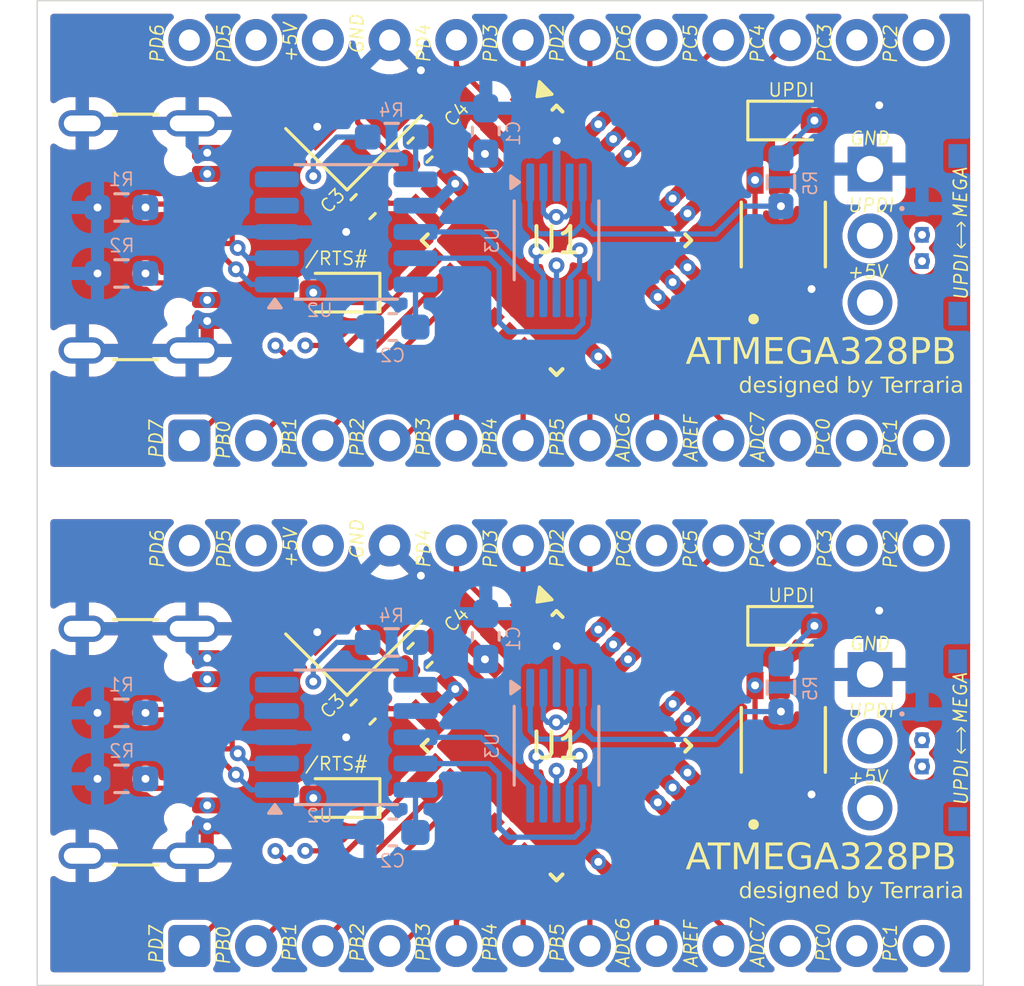
<source format=kicad_pcb>
(kicad_pcb (version 20241229) (generator "pcbnew") (generator_version "9.0")
  (layers (0 "F.Cu" signal) (4 "In1.Cu" signal) (6 "In2.Cu" signal) (2 "B.Cu" signal) (13 "F.Paste" user) (15 "B.Paste" user) (5 "F.SilkS" user "F.Silkscreen") (7 "B.SilkS" user "B.Silkscreen") (1 "F.Mask" user) (3 "B.Mask" user) (25 "Edge.Cuts" user))
  (net 0 "")
  (net 1 "+5V")
  (net 2 "GND")
  (net 3 "/PD5")
  (net 4 "/PB0")
  (net 5 "/PC4")
  (net 6 "/PB2")
  (net 7 "/PB5")
  (net 8 "Net-(U1-XTAL1{slash}PB6)")
  (net 9 "Net-(D2-A)")
  (net 10 "Net-(U2-V3)")
  (net 11 "Net-(U1-XTAL2{slash}PB7)")
  (net 12 "D+")
  (net 13 "/PC2")
  (net 14 "Net-(J1-CC2)")
  (net 15 "D-")
  (net 16 "/PC1")
  (net 17 "/PB4")
  (net 18 "ADC6")
  (net 19 "Net-(J1-CC1)")
  (net 20 "/PD6")
  (net 21 "/PC5")
  (net 22 "/PB3")
  (net 23 "/PC0")
  (net 24 "/PD7")
  (net 25 "ADC7")
  (net 26 "/PD3")
  (net 27 "/PD4")
  (net 28 "/PB1")
  (net 29 "PD0{slash}RxD")
  (net 30 "AREF")
  (net 31 "/PC3")
  (net 32 "/PD2")
  (net 33 "RxD")
  (net 34 "RTS#")
  (net 35 "PC6")
  (net 36 "TxD")
  (net 37 "PD1{slash}TxD")
  (net 38 "Net-(D3-A)")
  (net 39 "UPDI")
  (net 40 "Net-(SW2-COM)")
  (footprint "Yamaha:SW_SKRPABE010" (layer "F.Cu") (at 152.39 71.4285 90)
    (property "Reference" "SW1" (hide yes))
    (property "Value" "SW_MEC_5E" (hide yes))
  )
  (footprint "LED_SMD:LED_0603_1608Metric_Pad1.05x0.95mm_HandSolder" (layer "F.Cu") (at 135.38 73.64 180)
    (property "Reference" "/RTS#")
    (property "Value" "LED_Small" (hide yes))
  )
  (footprint "Package_DIP:DIP-24_W15.24mm" (layer "F.Cu") (at 129.79 98.5 90)
    (property "Reference" "J2" (hide yes))
    (property "Value" "Conn_02x12_Counter_Clockwise" (hide yes))
  )
  (footprint "Capacitor_SMD:C_0603_1608Metric" (layer "F.Cu") (at 138.568008 87.441992 -135)
    (property "Reference" "C4")
    (property "Value" "22p" (hide yes))
  )
  (footprint "Connector_PinHeader_2.54mm:PinHeader_1x03_P2.54mm_Vertical" (layer "F.Cu") (at 155.69 88.1685)
    (property "Reference" "J3" (hide yes))
    (property "Value" "Conn_01x03_Pin" (hide yes))
  )
  (footprint "LED_SMD:LED_0603_1608Metric_Pad1.05x0.95mm_HandSolder" (layer "F.Cu") (at 152.7 86.32)
    (property "Reference" "UPDI")
    (property "Value" "LED_Small" (hide yes))
  )
  (footprint "Crystal:Crystal_SMD_3225-4Pin_3.2x2.5mm" (layer "F.Cu") (at 136.036777 86.381142 45)
    (property "Reference" "Y1" (hide yes))
    (property "Value" "16MHz" (hide yes))
  )
  (footprint "Capacitor_SMD:C_0603_1608Metric" (layer "F.Cu") (at 138.568008 68.211992 -135)
    (property "Reference" "C4")
    (property "Value" "22p" (hide yes))
  )
  (footprint "Package_DIP:DIP-24_W15.24mm" (layer "F.Cu") (at 129.79 79.27 90)
    (property "Reference" "J2" (hide yes))
    (property "Value" "Conn_02x12_Counter_Clockwise" (hide yes))
  )
  (footprint "Connector_PinHeader_2.54mm:PinHeader_1x03_P2.54mm_Vertical" (layer "F.Cu") (at 155.69 68.9385)
    (property "Reference" "J3" (hide yes))
    (property "Value" "Conn_01x03_Pin" (hide yes))
  )
  (footprint "Yamaha:SW_SKRPABE010" (layer "F.Cu") (at 152.39 90.6585 90)
    (property "Reference" "SW1" (hide yes))
    (property "Value" "SW_MEC_5E" (hide yes))
  )
  (footprint "Connector_USB:USB_C_Receptacle_GCT_USB4105-xx-A_16P_TopMnt_Horizontal" (layer "F.Cu") (at 126.79 71.52 -90)
    (property "Reference" "J1" (hide yes))
    (property "Value" "USB_C_Receptacle_USB2.0_16P" (hide yes))
  )
  (footprint "Capacitor_SMD:C_0603_1608Metric" (layer "F.Cu") (at 136.401992 70.368008 -135)
    (property "Reference" "C3")
    (property "Value" "22p" (hide yes))
  )
  (footprint "Package_QFP:TQFP-32_7x7mm_P0.8mm" (layer "F.Cu") (at 143.76 71.65 -45)
    (property "Reference" "U1")
    (property "Value" "ATmega328P-A" (hide yes))
  )
  (footprint "LED_SMD:LED_0603_1608Metric_Pad1.05x0.95mm_HandSolder" (layer "F.Cu") (at 135.38 92.87 180)
    (property "Reference" "/RTS#")
    (property "Value" "LED_Small" (hide yes))
  )
  (footprint "LED_SMD:LED_0603_1608Metric_Pad1.05x0.95mm_HandSolder" (layer "F.Cu") (at 152.7 67.09)
    (property "Reference" "UPDI")
    (property "Value" "LED_Small" (hide yes))
  )
  (footprint "Crystal:Crystal_SMD_3225-4Pin_3.2x2.5mm" (layer "F.Cu") (at 136.036777 67.151142 45)
    (property "Reference" "Y1" (hide yes))
    (property "Value" "16MHz" (hide yes))
  )
  (footprint "Connector_USB:USB_C_Receptacle_GCT_USB4105-xx-A_16P_TopMnt_Horizontal" (layer "F.Cu") (at 126.79 90.75 -90)
    (property "Reference" "J1" (hide yes))
    (property "Value" "USB_C_Receptacle_USB2.0_16P" (hide yes))
  )
  (footprint "Package_QFP:TQFP-32_7x7mm_P0.8mm" (layer "F.Cu") (at 143.76 90.88 -45)
    (property "Reference" "U1")
    (property "Value" "ATmega328P-A" (hide yes))
  )
  (footprint "Capacitor_SMD:C_0603_1608Metric" (layer "F.Cu") (at 136.401992 89.598008 -135)
    (property "Reference" "C3")
    (property "Value" "22p" (hide yes))
  )
  (footprint "footprints:SSAJ120100" (layer "B.Cu") (at 158.955 71.44 -90)
    (property "Reference" "SW2" (hide yes))
    (property "Value" "~" (hide yes))
  )
  (footprint "Resistor_SMD:R_0603_1608Metric_Pad0.98x0.95mm_HandSolder" (layer "B.Cu") (at 127.2075 70.4 180)
    (property "Reference" "R1")
    (property "Value" "5.1k")
  )
  (footprint "Capacitor_SMD:C_0603_1608Metric_Pad1.08x0.95mm_HandSolder" (layer "B.Cu") (at 137.5275 94.18 180)
    (property "Reference" "C2")
    (property "Value" "0.1u" (hide yes))
  )
  (footprint "Resistor_SMD:R_0603_1608Metric_Pad0.98x0.95mm_HandSolder" (layer "B.Cu") (at 137.4875 67.72 180)
    (property "Reference" "R4")
    (property "Value" "10k" (hide yes))
  )
  (footprint "Capacitor_SMD:C_0603_1608Metric_Pad1.08x0.95mm_HandSolder" (layer "B.Cu") (at 141.07 86.7175 90)
    (property "Reference" "C1")
    (property "Value" "0.1u" (hide yes))
  )
  (footprint "Resistor_SMD:R_0603_1608Metric_Pad0.98x0.95mm_HandSolder" (layer "B.Cu") (at 127.2075 72.91 180)
    (property "Reference" "R2")
    (property "Value" "5.1k")
  )
  (footprint "Package_SO:VSSOP-10_3x3mm_P0.5mm" (layer "B.Cu") (at 143.76 90.88 -90)
    (property "Reference" "U3")
    (property "Value" "TS5A23159DGS" (hide yes))
  )
  (footprint "Resistor_SMD:R_0603_1608Metric_Pad0.98x0.95mm_HandSolder" (layer "B.Cu") (at 152.3 69.4375 90)
    (property "Reference" "R5")
    (property "Value" "10k")
  )
  (footprint "Package_SO:VSSOP-10_3x3mm_P0.5mm" (layer "B.Cu") (at 143.76 71.65 -90)
    (property "Reference" "U3")
    (property "Value" "TS5A23159DGS" (hide yes))
  )
  (footprint "Package_SO:SSOP-10-1EP_3.9x4.9mm_P1mm_EP2.1x3.3mm" (layer "B.Cu") (at 135.7575 71.33)
    (property "Reference" "U2")
    (property "Value" "CH340K")
  )
  (footprint "Capacitor_SMD:C_0603_1608Metric_Pad1.08x0.95mm_HandSolder" (layer "B.Cu") (at 141.07 67.4875 90)
    (property "Reference" "C1")
    (property "Value" "0.1u" (hide yes))
  )
  (footprint "Resistor_SMD:R_0603_1608Metric_Pad0.98x0.95mm_HandSolder" (layer "B.Cu") (at 152.3 88.6675 90)
    (property "Reference" "R5")
    (property "Value" "10k")
  )
  (footprint "footprints:SSAJ120100" (layer "B.Cu") (at 158.955 90.67 -90)
    (property "Reference" "SW2" (hide yes))
    (property "Value" "~" (hide yes))
  )
  (footprint "Resistor_SMD:R_0603_1608Metric_Pad0.98x0.95mm_HandSolder" (layer "B.Cu") (at 127.2075 89.63 180)
    (property "Reference" "R1")
    (property "Value" "5.1k")
  )
  (footprint "Resistor_SMD:R_0603_1608Metric_Pad0.98x0.95mm_HandSolder" (layer "B.Cu") (at 127.2075 92.14 180)
    (property "Reference" "R2")
    (property "Value" "5.1k")
  )
  (footprint "Package_SO:SSOP-10-1EP_3.9x4.9mm_P1mm_EP2.1x3.3mm" (layer "B.Cu") (at 135.7575 90.56)
    (property "Reference" "U2")
    (property "Value" "CH340K")
  )
  (footprint "Capacitor_SMD:C_0603_1608Metric_Pad1.08x0.95mm_HandSolder" (layer "B.Cu") (at 137.5275 74.95 180)
    (property "Reference" "C2")
    (property "Value" "0.1u" (hide yes))
  )
  (footprint "Resistor_SMD:R_0603_1608Metric_Pad0.98x0.95mm_HandSolder" (layer "B.Cu") (at 137.4875 86.95 180)
    (property "Reference" "R4")
    (property "Value" "10k" (hide yes))
  )
  (gr_line (start 159.005 90.345) (end 159.155 90.195) (stroke (width 0.05)) (layer "F.SilkS"))
  (gr_line (start 159.16 90.19) (end 159.31 90.34) (stroke (width 0.05)) (layer "F.SilkS"))
  (gr_line (start 159.005 71.115) (end 159.155 70.965) (stroke (width 0.05)) (layer "F.SilkS"))
  (gr_line (start 159.165 71.935) (end 159.315 71.785) (stroke (width 0.05)) (layer "F.SilkS"))
  (gr_line (start 159.01 71.79) (end 159.16 71.94) (stroke (width 0.05)) (layer "F.SilkS"))
  (gr_line (start 159.165 91.165) (end 159.315 91.015) (stroke (width 0.05)) (layer "F.SilkS"))
  (gr_line (start 159.16 70.96) (end 159.16 71.94) (stroke (width 0.05)) (layer "F.SilkS"))
  (gr_line (start 159.16 70.96) (end 159.31 71.11) (stroke (width 0.05)) (layer "F.SilkS"))
  (gr_line (start 159.01 91.02) (end 159.16 91.17) (stroke (width 0.05)) (layer "F.SilkS"))
  (gr_line (start 159.16 90.19) (end 159.16 91.17) (stroke (width 0.05)) (layer "F.SilkS"))
  (gr_rect (start 124 62.53) (end 160 100) (stroke (width 0.05)) (fill no) (layer "Edge.Cuts"))
  (gr_text "ADC7" (at 151.71 80.14 90) (layer "F.SilkS") (effects (font (size 0.5 0.5) (thickness 0.0625) (italic yes)) (justify left bottom)))
  (gr_text "PD6\n" (at 128.86 64.95 90) (layer "F.SilkS") (effects (font (size 0.5 0.5) (thickness 0.0625) (italic yes)) (justify left bottom)))
  (gr_text "PC2\n" (at 156.76 84.2 90) (layer "F.SilkS") (effects (font (size 0.5 0.5) (thickness 0.0625) (italic yes)) (justify left bottom)))
  (gr_text "PB3" (at 138.98 79.93 90) (layer "F.SilkS") (effects (font (size 0.5 0.5) (thickness 0.0625) (italic yes)) (justify left bottom)))
  (gr_text "UPDI" (at 154.8 89.84 0) (layer "F.SilkS") (effects (font (size 0.5 0.5) (thickness 0.0625) (italic yes)) (justify left bottom)))
  (gr_text "GND" (at 154.87 87.29 0) (layer "F.SilkS") (effects (font (size 0.5 0.5) (thickness 0.0625) (italic yes)) (justify left bottom)))
  (gr_text "PC3\n" (at 154.26 84.18 90) (layer "F.SilkS") (effects (font (size 0.5 0.5) (thickness 0.0625) (italic yes)) (justify left bottom)))
  (gr_text "ATMEGA328PB" (at 148.67 76.52 0) (layer "F.SilkS") (effects (font (size 1 1) (thickness 0.25) (italic yes)) (justify left bottom)))
  (gr_text "PC6\n" (at 146.62 84.18 90) (layer "F.SilkS") (effects (font (size 0.5 0.5) (thickness 0.0625) (italic yes)) (justify left bottom)))
  (gr_text "+5V" (at 133.93 64.93 90) (layer "F.SilkS") (effects (font (size 0.5 0.5) (thickness 0.0625) (italic yes)) (justify left bottom)))
  (gr_text "MEGA" (at 159.42 90.09 90) (layer "F.SilkS") (effects (font (size 0.5 0.5) (thickness 0.0625) (italic yes)) (justify left bottom)))
  (gr_text "UPDI" (at 154.8 70.61 0) (layer "F.SilkS") (effects (font (size 0.5 0.5) (thickness 0.0625) (italic yes)) (justify left bottom)))
  (gr_text "MEGA" (at 159.42 70.86 90) (layer "F.SilkS") (effects (font (size 0.5 0.5) (thickness 0.0625) (italic yes)) (justify left bottom)))
  (gr_text "PB2" (at 136.47 99.17 90) (layer "F.SilkS") (effects (font (size 0.5 0.5) (thickness 0.0625) (italic yes)) (justify left bottom)))
  (gr_text "+5V" (at 154.78 92.37 0) (layer "F.SilkS") (effects (font (size 0.5 0.5) (thickness 0.0625) (italic yes)) (justify left bottom)))
  (gr_text "PD2\n" (at 144.07 64.94 90) (layer "F.SilkS") (effects (font (size 0.5 0.5) (thickness 0.0625) (italic yes)) (justify left bottom)))
  (gr_text "AREF" (at 149.17 80.13 90) (layer "F.SilkS") (effects (font (size 0.5 0.5) (thickness 0.0625) (italic yes)) (justify left bottom)))
  (gr_text "ADC6" (at 146.58 80.14 90) (layer "F.SilkS") (effects (font (size 0.5 0.5) (thickness 0.0625) (italic yes)) (justify left bottom)))
  (gr_text "PD7" (at 128.82 99.23 90) (layer "F.SilkS") (effects (font (size 0.5 0.5) (thickness 0.0625) (italic yes)) (justify left bottom)))
  (gr_text "PD7" (at 128.82 80 90) (layer "F.SilkS") (effects (font (size 0.5 0.5) (thickness 0.0625) (italic yes)) (justify left bottom)))
  (gr_text "PC3\n" (at 154.26 64.95 90) (layer "F.SilkS") (effects (font (size 0.5 0.5) (thickness 0.0625) (italic yes)) (justify left bottom)))
  (gr_text "GND" (at 136.46 83.83 90) (layer "F.SilkS") (effects (font (size 0.5 0.5) (thickness 0.0625) (italic yes)) (justify left bottom)))
  (gr_text "GND" (at 154.87 68.06 0) (layer "F.SilkS") (effects (font (size 0.5 0.5) (thickness 0.0625) (italic yes)) (justify left bottom)))
  (gr_text "PB3" (at 138.98 99.16 90) (layer "F.SilkS") (effects (font (size 0.5 0.5) (thickness 0.0625) (italic yes)) (justify left bottom)))
  (gr_text "PB5" (at 144.08 99.17 90) (layer "F.SilkS") (effects (font (size 0.5 0.5) (thickness 0.0625) (italic yes)) (justify left bottom)))
  (gr_text "PC4\n" (at 151.7 84.19 90) (layer "F.SilkS") (effects (font (size 0.5 0.5) (thickness 0.0625) (italic yes)) (justify left bottom)))
  (gr_text "designed by Terraria" (at 150.69 77.55 0) (layer "F.SilkS") (effects (font (size 0.6 0.6) (thickness 0.075) (italic yes)) (justify left bottom)))
  (gr_text "PD6\n" (at 128.86 84.18 90) (layer "F.SilkS") (effects (font (size 0.5 0.5) (thickness 0.0625) (italic yes)) (justify left bottom)))
  (gr_text "PC2\n" (at 156.76 64.97 90) (layer "F.SilkS") (effects (font (size 0.5 0.5) (thickness 0.0625) (italic yes)) (justify left bottom)))
  (gr_text "+5V" (at 154.78 73.14 0) (layer "F.SilkS") (effects (font (size 0.5 0.5) (thickness 0.0625) (italic yes)) (justify left bottom)))
  (gr_text "UPDI" (at 159.45 73.97 90) (layer "F.SilkS") (effects (font (size 0.5 0.5) (thickness 0.0625) (italic yes)) (justify left bottom)))
  (gr_text "PC5\n" (at 149.15 84.19 90) (layer "F.SilkS") (effects (font (size 0.5 0.5) (thickness 0.0625) (italic yes)) (justify left bottom)))
  (gr_text "designed by Terraria" (at 150.69 96.78 0) (layer "F.SilkS") (effects (font (size 0.6 0.6) (thickness 0.075) (italic yes)) (justify left bottom)))
  (gr_text "PD5\n" (at 131.4 64.96 90) (layer "F.SilkS") (effects (font (size 0.5 0.5) (thickness 0.0625) (italic yes)) (justify left bottom)))
  (gr_text "GND" (at 136.46 64.6 90) (layer "F.SilkS") (effects (font (size 0.5 0.5) (thickness 0.0625) (italic yes)) (justify left bottom)))
  (gr_text "PD4\n" (at 139 64.94 90) (layer "F.SilkS") (effects (font (size 0.5 0.5) (thickness 0.0625) (italic yes)) (justify left bottom)))
  (gr_text "PC0\n" (at 154.2 99.17 90) (layer "F.SilkS") (effects (font (size 0.5 0.5) (thickness 0.0625) (italic yes)) (justify left bottom)))
  (gr_text "PB0" (at 131.38 80.04 90) (layer "F.SilkS") (effects (font (size 0.5 0.5) (thickness 0.0625) (italic yes)) (justify left bottom)))
  (gr_text "PD5\n" (at 131.4 84.19 90) (layer "F.SilkS") (effects (font (size 0.5 0.5) (thickness 0.0625) (italic yes)) (justify left bottom)))
  (gr_text "PB0" (at 131.38 99.27 90) (layer "F.SilkS") (effects (font (size 0.5 0.5) (thickness 0.0625) (italic yes)) (justify left bottom)))
  (gr_text "ADC6" (at 146.58 99.37 90) (layer "F.SilkS") (effects (font (size 0.5 0.5) (thickness 0.0625) (italic yes)) (justify left bottom)))
  (gr_text "PD2\n" (at 144.07 84.17 90) (layer "F.SilkS") (effects (font (size 0.5 0.5) (thickness 0.0625) (italic yes)) (justify left bottom)))
  (gr_text "PC1" (at 156.75 99.18 90) (layer "F.SilkS") (effects (font (size 0.5 0.5) (thickness 0.0625) (italic yes)) (justify left bottom)))
  (gr_text "PC1" (at 156.75 79.95 90) (layer "F.SilkS") (effects (font (size 0.5 0.5) (thickness 0.0625) (italic yes)) (justify left bottom)))
  (gr_text "PB4" (at 141.52 99.16 90) (layer "F.SilkS") (effects (font (size 0.5 0.5) (thickness 0.0625) (italic yes)) (justify left bottom)))
  (gr_text "PC6\n" (at 146.62 64.95 90) (layer "F.SilkS") (effects (font (size 0.5 0.5) (thickness 0.0625) (italic yes)) (justify left bottom)))
  (gr_text "UPDI" (at 159.45 93.2 90) (layer "F.SilkS") (effects (font (size 0.5 0.5) (thickness 0.0625) (italic yes)) (justify left bottom)))
  (gr_text "PB2" (at 136.47 79.94 90) (layer "F.SilkS") (effects (font (size 0.5 0.5) (thickness 0.0625) (italic yes)) (justify left bottom)))
  (gr_text "PD3\n" (at 141.54 64.96 90) (layer "F.SilkS") (effects (font (size 0.5 0.5) (thickness 0.0625) (italic yes)) (justify left bottom)))
  (gr_text "ATMEGA328PB" (at 148.67 95.75 0) (layer "F.SilkS") (effects (font (size 1 1) (thickness 0.25) (italic yes)) (justify left bottom)))
  (gr_text "PB4" (at 141.52 79.93 90) (layer "F.SilkS") (effects (font (size 0.5 0.5) (thickness 0.0625) (italic yes)) (justify left bottom)))
  (gr_text "ADC7" (at 151.71 99.37 90) (layer "F.SilkS") (effects (font (size 0.5 0.5) (thickness 0.0625) (italic yes)) (justify left bottom)))
  (gr_text "PB5" (at 144.08 79.94 90) (layer "F.SilkS") (effects (font (size 0.5 0.5) (thickness 0.0625) (italic yes)) (justify left bottom)))
  (gr_text "PC5\n" (at 149.15 64.96 90) (layer "F.SilkS") (effects (font (size 0.5 0.5) (thickness 0.0625) (italic yes)) (justify left bottom)))
  (gr_text "PB1" (at 133.89 79.92 90) (layer "F.SilkS") (effects (font (size 0.5 0.5) (thickness 0.0625) (italic yes)) (justify left bottom)))
  (gr_text "PC4\n" (at 151.7 64.96 90) (layer "F.SilkS") (effects (font (size 0.5 0.5) (thickness 0.0625) (italic yes)) (justify left bottom)))
  (gr_text "AREF" (at 149.17 99.36 90) (layer "F.SilkS") (effects (font (size 0.5 0.5) (thickness 0.0625) (italic yes)) (justify left bottom)))
  (gr_text "+5V" (at 133.93 84.16 90) (layer "F.SilkS") (effects (font (size 0.5 0.5) (thickness 0.0625) (italic yes)) (justify left bottom)))
  (gr_text "PC0\n" (at 154.2 79.94 90) (layer "F.SilkS") (effects (font (size 0.5 0.5) (thickness 0.0625) (italic yes)) (justify left bottom)))
  (gr_text "PD3\n" (at 141.54 84.19 90) (layer "F.SilkS") (effects (font (size 0.5 0.5) (thickness 0.0625) (italic yes)) (justify left bottom)))
  (gr_text "PB1" (at 133.89 99.15 90) (layer "F.SilkS") (effects (font (size 0.5 0.5) (thickness 0.0625) (italic yes)) (justify left bottom)))
  (gr_text "PD4\n" (at 139 84.17 90) (layer "F.SilkS") (effects (font (size 0.5 0.5) (thickness 0.0625) (italic yes)) (justify left bottom)))
  (via (at 141.037639 68.361953) (size 0.6) (drill 0.3) (layers "F.Cu" "B.Cu") (net 1))
  (via (at 130.47 69.12) (size 0.6) (drill 0.3) (layers "F.Cu" "B.Cu") (net 1))
  (via (at 157.67 91.67) (size 0.6) (drill 0.3) (layers "F.Cu" "B.Cu") (net 1))
  (via (at 157.67 72.44) (size 0.6) (drill 0.3) (layers "F.Cu" "B.Cu") (net 1))
  (via (at 145.35099 76.069417) (size 0.6) (drill 0.3) (layers "F.Cu" "B.Cu") (net 1))
  (via (at 143.76 72.6) (size 0.6) (drill 0.3) (layers "F.Cu" "B.Cu") (net 1))
  (via (at 130.47 88.35) (size 0.6) (drill 0.3) (layers "F.Cu" "B.Cu") (net 1))
  (via (at 139.906268 88.723324) (size 0.6) (drill 0.3) (layers "F.Cu" "B.Cu") (net 1))
  (via (at 130.47 73.92) (size 0.6) (drill 0.3) (layers "F.Cu" "B.Cu") (net 1))
  (via (at 143.76 91.83) (size 0.6) (drill 0.3) (layers "F.Cu" "B.Cu") (net 1))
  (via (at 141.037639 87.591953) (size 0.6) (drill 0.3) (layers "F.Cu" "B.Cu") (net 1))
  (via (at 130.47 93.15) (size 0.6) (drill 0.3) (layers "F.Cu" "B.Cu") (net 1))
  (via (at 139.906268 69.493324) (size 0.6) (drill 0.3) (layers "F.Cu" "B.Cu") (net 1))
  (via (at 145.35099 95.299417) (size 0.6) (drill 0.3) (layers "F.Cu" "B.Cu") (net 1))
  (segment (start 138.395 70.33) (end 139.069592 70.33) (width 0.4) (layer "B.Cu") (net 1))
  (segment (start 145.35099 95.299417) (end 145.359417 95.299417) (width 0.4) (layer "B.Cu") (net 1))
  (segment (start 143.76 93.08) (end 143.76 91.83) (width 0.2) (layer "B.Cu") (net 1))
  (segment (start 139.069592 70.33) (end 139.906268 69.493324) (width 0.4) (layer "B.Cu") (net 1))
  (segment (start 138.395 89.56) (end 139.069592 89.56) (width 0.4) (layer "B.Cu") (net 1))
  (segment (start 139.906268 88.723324) (end 139.916676 88.723324) (width 0.4) (layer "B.Cu") (net 1))
  (segment (start 143.76 73.85) (end 143.76 72.6) (width 0.2) (layer "B.Cu") (net 1))
  (segment (start 139.069592 89.56) (end 139.906268 88.723324) (width 0.4) (layer "B.Cu") (net 1))
  (segment (start 145.35099 76.069417) (end 145.359417 76.069417) (width 0.4) (layer "B.Cu") (net 1))
  (segment (start 139.906268 69.493324) (end 139.916676 69.493324) (width 0.4) (layer "B.Cu") (net 1))
  (via (at 134.657919 67.327919) (size 0.6) (drill 0.3) (layers "F.Cu" "B.Cu") (net 2))
  (via (at 138.6 84.41) (size 0.6) (drill 0.3) (layers "F.Cu" "B.Cu") (net 2))
  (via (at 135.7575 90.56) (size 0.6) (drill 0.3) (layers "F.Cu" "B.Cu") (net 2))
  (via (at 126.295 70.4) (size 0.6) (drill 0.3) (layers "F.Cu" "B.Cu") (net 2))
  (via (at 143.77 87.09) (size 0.6) (drill 0.3) (layers "F.Cu" "B.Cu") (net 2))
  (via (at 153.465 92.7335) (size 0.6) (drill 0.3) (layers "F.Cu" "B.Cu") (net 2))
  (via (at 134.657919 86.557919) (size 0.6) (drill 0.3) (layers "F.Cu" "B.Cu") (net 2))
  (via (at 126.295 72.91) (size 0.6) (drill 0.3) (layers "F.Cu" "B.Cu") (net 2))
  (via (at 156.04 66.51) (size 0.6) (drill 0.3) (layers "F.Cu" "B.Cu") (net 2))
  (via (at 126.295 92.14) (size 0.6) (drill 0.3) (layers "F.Cu" "B.Cu") (net 2))
  (via (at 126.295 89.63) (size 0.6) (drill 0.3) (layers "F.Cu" "B.Cu") (net 2))
  (via (at 138.6 65.18) (size 0.6) (drill 0.3) (layers "F.Cu" "B.Cu") (net 2))
  (via (at 130.47 68.32) (size 0.6) (drill 0.3) (layers "F.Cu" "B.Cu") (net 2))
  (via (at 130.47 87.55) (size 0.6) (drill 0.3) (layers "F.Cu" "B.Cu") (net 2))
  (via (at 130.47 74.72) (size 0.6) (drill 0.3) (layers "F.Cu" "B.Cu") (net 2))
  (via (at 143.77 67.86) (size 0.6) (drill 0.3) (layers "F.Cu" "B.Cu") (net 2))
  (via (at 156.04 85.74) (size 0.6) (drill 0.3) (layers "F.Cu" "B.Cu") (net 2))
  (via (at 135.7575 71.33) (size 0.6) (drill 0.3) (layers "F.Cu" "B.Cu") (net 2))
  (via (at 130.47 93.95) (size 0.6) (drill 0.3) (layers "F.Cu" "B.Cu") (net 2))
  (via (at 153.465 73.5035) (size 0.6) (drill 0.3) (layers "F.Cu" "B.Cu") (net 2))
  (segment (start 143.76 87.1) (end 143.77 87.09) (width 0.2) (layer "B.Cu") (net 2))
  (segment (start 143.76 69.45) (end 143.76 67.87) (width 0.2) (layer "B.Cu") (net 2))
  (segment (start 143.76 67.87) (end 143.77 67.86) (width 0.2) (layer "B.Cu") (net 2))
  (segment (start 143.76 88.68) (end 143.76 87.1) (width 0.2) (layer "B.Cu") (net 2))
  (segment (start 135.800202 94.88) (end 138.774897 91.905305) (width 0.2) (layer "F.Cu") (net 3))
  (segment (start 135.800202 75.65) (end 138.774897 72.675305) (width 0.2) (layer "F.Cu") (net 3))
  (segment (start 134.199451 94.88) (end 135.800202 94.88) (width 0.2) (layer "F.Cu") (net 3))
  (segment (start 134.199451 75.65) (end 135.800202 75.65) (width 0.2) (layer "F.Cu") (net 3))
  (via (at 134.199451 75.65) (size 0.6) (drill 0.3) (layers "F.Cu" "B.Cu") (net 3))
  (via (at 134.199451 94.88) (size 0.6) (drill 0.3) (layers "F.Cu" "B.Cu") (net 3))
  (segment (start 132.34 79.27) (end 134.041 77.569) (width 0.2) (layer "F.Cu") (net 4))
  (segment (start 132.34 98.5) (end 134.041 96.799) (width 0.2) (layer "F.Cu") (net 4))
  (segment (start 137.275314 96.799) (end 140.471953 93.602361) (width 0.2) (layer "F.Cu") (net 4))
  (segment (start 137.275314 77.569) (end 140.471953 74.372361) (width 0.2) (layer "F.Cu") (net 4))
  (segment (start 134.041 96.799) (end 137.275314 96.799) (width 0.2) (layer "F.Cu") (net 4))
  (segment (start 132.33 98.5) (end 132.34 98.5) (width 0.2) (layer "F.Cu") (net 4))
  (segment (start 132.33 79.27) (end 132.34 79.27) (width 0.2) (layer "F.Cu") (net 4))
  (segment (start 134.041 77.569) (end 137.275314 77.569) (width 0.2) (layer "F.Cu") (net 4))
  (segment (start 147.613732 88.723324) (end 148.83 87.507056) (width 0.2) (layer "F.Cu") (net 5))
  (segment (start 148.83 87.08) (end 152.65 83.26) (width 0.2) (layer "F.Cu") (net 5))
  (segment (start 148.83 87.507056) (end 148.83 87.08) (width 0.2) (layer "F.Cu") (net 5))
  (segment (start 147.613732 69.493324) (end 148.83 68.277056) (width 0.2) (layer "F.Cu") (net 5))
  (segment (start 148.83 67.85) (end 152.65 64.03) (width 0.2) (layer "F.Cu") (net 5))
  (segment (start 148.83 68.277056) (end 148.83 67.85) (width 0.2) (layer "F.Cu") (net 5))
  (segment (start 137.41 79.27) (end 137.837056 79.27) (width 0.2) (layer "F.Cu") (net 6))
  (segment (start 137.837056 98.5) (end 141.603324 94.733732) (width 0.2) (layer "F.Cu") (net 6))
  (segment (start 137.41 98.5) (end 137.837056 98.5) (width 0.2) (layer "F.Cu") (net 6))
  (segment (start 137.837056 79.27) (end 141.603324 75.503732) (width 0.2) (layer "F.Cu") (net 6))
  (segment (start 145.03 76.879798) (end 144.785305 76.635103) (width 0.2) (layer "F.Cu") (net 7))
  (segment (start 145.03 79.27) (end 145.03 76.879798) (width 0.2) (layer "F.Cu") (net 7))
  (segment (start 145.03 96.109798) (end 144.785305 95.865103) (width 0.2) (layer "F.Cu") (net 7))
  (segment (start 145.03 98.5) (end 145.03 96.109798) (width 0.2) (layer "F.Cu") (net 7))
  (segment (start 138.02 87.99) (end 138.041573 87.99) (width 0.2) (layer "F.Cu") (net 8))
  (segment (start 137.785642 87.99) (end 138.02 87.99) (width 0.2) (layer "F.Cu") (net 8))
  (segment (start 136.213554 85.002284) (end 136.195396 85.020442) (width 0.2) (layer "F.Cu") (net 8))
  (segment (start 138.02 68.76) (end 138.041573 68.76) (width 0.2) (layer "F.Cu") (net 8))
  (segment (start 138.041573 87.99) (end 139.340583 89.28901) (width 0.2) (layer "F.Cu") (net 8))
  (segment (start 136.195396 65.790442) (end 136.195396 67.169754) (width 0.2) (layer "F.Cu") (net 8))
  (segment (start 136.195396 85.020442) (end 136.195396 86.399754) (width 0.2) (layer "F.Cu") (net 8))
  (segment (start 137.785642 68.76) (end 138.02 68.76) (width 0.2) (layer "F.Cu") (net 8))
  (segment (start 138.041573 68.76) (end 139.340583 70.05901) (width 0.2) (layer "F.Cu") (net 8))
  (segment (start 136.195396 67.169754) (end 137.785642 68.76) (width 0.2) (layer "F.Cu") (net 8))
  (segment (start 136.213554 65.772284) (end 136.195396 65.790442) (width 0.2) (layer "F.Cu") (net 8))
  (segment (start 136.195396 86.399754) (end 137.785642 87.99) (width 0.2) (layer "F.Cu") (net 8))
  (via (at 134.505 73.64) (size 0.6) (drill 0.3) (layers "F.Cu" "B.Cu") (net 9))
  (via (at 134.505 69.21) (size 0.6) (drill 0.3) (layers "F.Cu" "B.Cu") (net 9))
  (via (at 134.505 92.87) (size 0.6) (drill 0.3) (layers "F.Cu" "B.Cu") (net 9))
  (via (at 134.505 88.44) (size 0.6) (drill 0.3) (layers "F.Cu" "B.Cu") (net 9))
  (segment (start 134.505 87.845) (end 135.4 86.95) (width 0.2) (layer "B.Cu") (net 9))
  (segment (start 135.4 86.95) (end 136.575 86.95) (width 0.2) (layer "B.Cu") (net 9))
  (segment (start 134.505 88.44) (end 134.505 87.845) (width 0.2) (layer "B.Cu") (net 9))
  (segment (start 134.505 69.21) (end 134.505 68.615) (width 0.2) (layer "B.Cu") (net 9))
  (segment (start 135.4 67.72) (end 136.575 67.72) (width 0.2) (layer "B.Cu") (net 9))
  (segment (start 134.505 68.615) (end 135.4 67.72) (width 0.2) (layer "B.Cu") (net 9))
  (segment (start 138.395 74.945) (end 138.39 74.95) (width 0.2) (layer "B.Cu") (net 10))
  (segment (start 138.395 92.56) (end 138.395 94.175) (width 0.2) (layer "B.Cu") (net 10))
  (segment (start 138.395 73.33) (end 138.395 74.945) (width 0.2) (layer "B.Cu") (net 10))
  (segment (start 138.395 94.175) (end 138.39 94.18) (width 0.2) (layer "B.Cu") (net 10))
  (segment (start 138.390202 70.24) (end 138.774897 70.624695) (width 0.2) (layer "F.Cu") (net 11))
  (segment (start 136.95 69.82) (end 137.37 70.24) (width 0.2) (layer "F.Cu") (net 11))
  (segment (start 135.86 87.76) (end 135.86 87.96) (width 0.2) (layer "F.Cu") (net 11))
  (segment (start 137.37 70.24) (end 138.390202 70.24) (width 0.2) (layer "F.Cu") (net 11))
  (segment (start 136.95 89.05) (end 137.37 89.47) (width 0.2) (layer "F.Cu") (net 11))
  (segment (start 135.86 68.73) (end 136.95 69.82) (width 0.2) (layer "F.Cu") (net 11))
  (segment (start 135.86 68.53) (end 135.86 68.73) (width 0.2) (layer "F.Cu") (net 11))
  (segment (start 138.390202 89.47) (end 138.774897 89.854695) (width 0.2) (layer "F.Cu") (net 11))
  (segment (start 135.86 87.96) (end 136.95 89.05) (width 0.2) (layer "F.Cu") (net 11))
  (segment (start 137.37 89.47) (end 138.390202 89.47) (width 0.2) (layer "F.Cu") (net 11))
  (segment (start 129.861176 91.5) (end 129.594 91.232824) (width 0.2) (layer "F.Cu") (net 12))
  (segment (start 129.861176 71.27) (end 130.47 71.27) (width 0.2) (layer "F.Cu") (net 12))
  (segment (start 129.861176 90.5) (end 130.47 90.5) (width 0.2) (layer "F.Cu") (net 12))
  (segment (start 129.594 90.767176) (end 129.861176 90.5) (width 0.2) (layer "F.Cu") (net 12))
  (segment (start 131.56 72.75) (end 131.08 72.27) (width 0.2) (layer "F.Cu") (net 12))
  (segment (start 131.56 91.98) (end 131.08 91.5) (width 0.2) (layer "F.Cu") (net 12))
  (segment (start 131.08 72.27) (end 130.47 72.27) (width 0.2) (layer "F.Cu") (net 12))
  (segment (start 129.594 91.232824) (end 129.594 90.767176) (width 0.2) (layer "F.Cu") (net 12))
  (segment (start 129.861176 72.27) (end 129.594 72.002824) (width 0.2) (layer "F.Cu") (net 12))
  (segment (start 129.594 72.002824) (end 129.594 71.537176) (width 0.2) (layer "F.Cu") (net 12))
  (segment (start 130.47 72.27) (end 129.861176 72.27) (width 0.2) (layer "F.Cu") (net 12))
  (segment (start 131.08 91.5) (end 130.47 91.5) (width 0.2) (layer "F.Cu") (net 12))
  (segment (start 129.594 71.537176) (end 129.861176 71.27) (width 0.2) (layer "F.Cu") (net 12))
  (segment (start 130.47 91.5) (end 129.861176 91.5) (width 0.2) (layer "F.Cu") (net 12))
  (via (at 131.56 91.98) (size 0.6) (drill 0.3) (layers "F.Cu" "B.Cu") (net 12))
  (via (at 131.56 72.75) (size 0.6) (drill 0.3) (layers "F.Cu" "B.Cu") (net 12))
  (segment (start 132.14 92.56) (end 133.12 92.56) (width 0.2) (layer "B.Cu") (net 12))
  (segment (start 132.14 73.33) (end 133.12 73.33) (width 0.2) (layer "B.Cu") (net 12))
  (segment (start 131.56 91.98) (end 132.14 92.56) (width 0.2) (layer "B.Cu") (net 12))
  (segment (start 131.56 72.75) (end 132.14 73.33) (width 0.2) (layer "B.Cu") (net 12))
  (segment (start 157.71 64.03) (end 157.73 64.03) (width 0.2) (layer "F.Cu") (net 13))
  (segment (start 157.71 83.26) (end 157.73 83.26) (width 0.2) (layer "F.Cu") (net 13))
  (via (at 148.745103 89.854695) (size 0.6) (drill 0.3) (layers "F.Cu" "B.Cu") (net 13))
  (via (at 148.745103 70.624695) (size 0.6) (drill 0.3) (layers "F.Cu" "B.Cu") (net 13))
  (segment (start 130.47 92.5) (end 128.48 92.5) (width 0.2) (layer "F.Cu") (net 14))
  (segment (start 128.48 92.5) (end 128.12 92.14) (width 0.2) (layer "F.Cu") (net 14))
  (segment (start 128.48 73.27) (end 128.12 72.91) (width 0.2) (layer "F.Cu") (net 14))
  (segment (start 130.47 73.27) (end 128.48 73.27) (width 0.2) (layer "F.Cu") (net 14))
  (via (at 128.12 92.14) (size 0.6) (drill 0.3) (layers "F.Cu" "B.Cu") (net 14))
  (via (at 128.12 72.91) (size 0.6) (drill 0.3) (layers "F.Cu" "B.Cu") (net 14))
  (segment (start 131.42 71.013176) (end 131.176824 70.77) (width 0.2) (layer "F.Cu") (net 15))
  (segment (start 131.176824 90) (end 130.47 90) (width 0.2) (layer "F.Cu") (net 15))
  (segment (start 131.46 91) (end 130.47 91) (width 0.2) (layer "F.Cu") (net 15))
  (segment (start 131.63 71.94) (end 131.46 71.77) (width 0.2) (layer "F.Cu") (net 15))
  (segment (start 131.63 91.17) (end 131.42 90.96) (width 0.2) (layer "F.Cu") (net 15))
  (segment (start 131.42 90.243176) (end 131.176824 90) (width 0.2) (layer "F.Cu") (net 15))
  (segment (start 131.176824 70.77) (end 130.47 70.77) (width 0.2) (layer "F.Cu") (net 15))
  (segment (start 131.63 91.17) (end 131.46 91) (width 0.2) (layer "F.Cu") (net 15))
  (segment (start 131.42 71.73) (end 131.42 71.013176) (width 0.2) (layer "F.Cu") (net 15))
  (segment (start 131.46 71.77) (end 130.47 71.77) (width 0.2) (layer "F.Cu") (net 15))
  (segment (start 131.63 71.94) (end 131.42 71.73) (width 0.2) (layer "F.Cu") (net 15))
  (segment (start 131.42 90.96) (end 131.42 90.243176) (width 0.2) (layer "F.Cu") (net 15))
  (via (at 131.63 91.17) (size 0.6) (drill 0.3) (layers "F.Cu" "B.Cu") (net 15))
  (via (at 131.63 71.94) (size 0.6) (drill 0.3) (layers "F.Cu" "B.Cu") (net 15))
  (segment (start 132.02 72.33) (end 131.63 71.94) (width 0.2) (layer "B.Cu") (net 15))
  (segment (start 132.02 91.56) (end 131.63 91.17) (width 0.2) (layer "B.Cu") (net 15))
  (segment (start 133.12 72.33) (end 132.02 72.33) (width 0.2) (layer "B.Cu") (net 15))
  (segment (start 133.12 91.56) (end 132.02 91.56) (width 0.2) (layer "B.Cu") (net 15))
  (segment (start 148.745103 91.905305) (end 148.745305 91.905305) (width 0.2) (layer "F.Cu") (net 16))
  (segment (start 148.745103 72.675305) (end 148.745305 72.675305) (width 0.2) (layer "F.Cu") (net 16))
  (via (at 148.745305 72.675305) (size 0.6) (drill 0.3) (layers "F.Cu" "B.Cu") (net 16))
  (via (at 148.745305 91.905305) (size 0.6) (drill 0.3) (layers "F.Cu" "B.Cu") (net 16))
  (segment (start 142.49 76.879798) (end 142.734695 76.635103) (width 0.2) (layer "F.Cu") (net 17))
  (segment (start 142.49 96.109798) (end 142.734695 95.865103) (width 0.2) (layer "F.Cu") (net 17))
  (segment (start 142.49 98.5) (end 142.49 96.109798) (width 0.2) (layer "F.Cu") (net 17))
  (segment (start 142.49 79.27) (end 142.49 76.879798) (width 0.2) (layer "F.Cu") (net 17))
  (segment (start 147.57 96.387056) (end 145.916676 94.733732) (width 0.2) (layer "F.Cu") (net 18))
  (segment (start 147.57 79.27) (end 147.57 77.157056) (width 0.2) (layer "F.Cu") (net 18))
  (segment (start 147.57 98.5) (end 147.57 96.387056) (width 0.2) (layer "F.Cu") (net 18))
  (segment (start 147.57 77.157056) (end 145.916676 75.503732) (width 0.2) (layer "F.Cu") (net 18))
  (segment (start 128.12 70.4) (end 128.25 70.27) (width 0.2) (layer "F.Cu") (net 19))
  (segment (start 128.12 89.63) (end 128.25 89.5) (width 0.2) (layer "F.Cu") (net 19))
  (segment (start 128.25 70.27) (end 130.47 70.27) (width 0.2) (layer "F.Cu") (net 19))
  (segment (start 128.25 89.5) (end 130.47 89.5) (width 0.2) (layer "F.Cu") (net 19))
  (via (at 128.12 89.63) (size 0.6) (drill 0.3) (layers "F.Cu" "B.Cu") (net 19))
  (via (at 128.12 70.4) (size 0.6) (drill 0.3) (layers "F.Cu" "B.Cu") (net 19))
  (segment (start 133.065 75.655) (end 133.085 75.655) (width 0.2) (layer "F.Cu") (net 20))
  (segment (start 133.065 94.885) (end 133.085 94.885) (width 0.2) (layer "F.Cu") (net 20))
  (segment (start 133.92 95.72) (end 136.091573 95.72) (width 0.2) (layer "F.Cu") (net 20))
  (segment (start 133.085 94.885) (end 133.92 95.72) (width 0.2) (layer "F.Cu") (net 20))
  (segment (start 136.091573 76.49) (end 139.340583 73.24099) (width 0.2) (layer "F.Cu") (net 20))
  (segment (start 133.92 76.49) (end 136.091573 76.49) (width 0.2) (layer "F.Cu") (net 20))
  (segment (start 133.085 75.655) (end 133.92 76.49) (width 0.2) (layer "F.Cu") (net 20))
  (segment (start 136.091573 95.72) (end 139.340583 92.47099) (width 0.2) (layer "F.Cu") (net 20))
  (via (at 133.065 94.885) (size 0.6) (drill 0.3) (layers "F.Cu" "B.Cu") (net 20))
  (via (at 133.065 75.655) (size 0.6) (drill 0.3) (layers "F.Cu" "B.Cu") (net 20))
  (segment (start 148.06 85.31) (end 150.11 83.26) (width 0.2) (layer "F.Cu") (net 21))
  (segment (start 147.048047 68.927639) (end 148.06 67.915686) (width 0.2) (layer "F.Cu") (net 21))
  (segment (start 148.06 87.145686) (end 148.06 85.31) (width 0.2) (layer "F.Cu") (net 21))
  (segment (start 148.06 66.08) (end 150.11 64.03) (width 0.2) (layer "F.Cu") (net 21))
  (segment (start 148.06 67.915686) (end 148.06 66.08) (width 0.2) (layer "F.Cu") (net 21))
  (segment (start 147.048047 88.157639) (end 148.06 87.145686) (width 0.2) (layer "F.Cu") (net 21))
  (segment (start 139.95 97.518427) (end 142.16901 95.299417) (width 0.2) (layer "F.Cu") (net 22))
  (segment (start 139.95 79.27) (end 139.95 78.288427) (width 0.2) (layer "F.Cu") (net 22))
  (segment (start 139.95 78.288427) (end 142.16901 76.069417) (width 0.2) (layer "F.Cu") (net 22))
  (segment (start 139.95 98.5) (end 139.95 97.518427) (width 0.2) (layer "F.Cu") (net 22))
  (via (at 148.179417 92.47099) (size 0.6) (drill 0.3) (layers "F.Cu" "B.Cu") (net 23))
  (via (at 148.179417 73.24099) (size 0.6) (drill 0.3) (layers "F.Cu" "B.Cu") (net 23))
  (segment (start 129.79 79.27) (end 129.92 79.27) (width 0.2) (layer "F.Cu") (net 24))
  (segment (start 132.022 96.398) (end 136.544944 96.398) (width 0.2) (layer "F.Cu") (net 24))
  (segment (start 129.92 98.5) (end 132.022 96.398) (width 0.2) (layer "F.Cu") (net 24))
  (segment (start 136.544944 77.168) (end 139.906268 73.806676) (width 0.2) (layer "F.Cu") (net 24))
  (segment (start 129.79 98.5) (end 129.92 98.5) (width 0.2) (layer "F.Cu") (net 24))
  (segment (start 136.544944 96.398) (end 139.906268 93.036676) (width 0.2) (layer "F.Cu") (net 24))
  (segment (start 129.92 79.27) (end 132.022 77.168) (width 0.2) (layer "F.Cu") (net 24))
  (segment (start 132.022 77.168) (end 136.544944 77.168) (width 0.2) (layer "F.Cu") (net 24))
  (via (at 147.613732 73.806676) (size 0.6) (drill 0.3) (layers "F.Cu" "B.Cu") (net 25))
  (via (at 147.613732 93.036676) (size 0.6) (drill 0.3) (layers "F.Cu" "B.Cu") (net 25))
  (segment (start 142.49 66.420202) (end 142.734695 66.664897) (width 0.2) (layer "F.Cu") (net 26))
  (segment (start 142.49 85.650202) (end 142.734695 85.894897) (width 0.2) (layer "F.Cu") (net 26))
  (segment (start 142.49 83.26) (end 142.49 85.650202) (width 0.2) (layer "F.Cu") (net 26))
  (segment (start 142.49 64.03) (end 142.49 66.420202) (width 0.2) (layer "F.Cu") (net 26))
  (segment (start 139.95 64.03) (end 139.95 65.011573) (width 0.2) (layer "F.Cu") (net 27))
  (segment (start 139.95 84.241573) (end 142.16901 86.460583) (width 0.2) (layer "F.Cu") (net 27))
  (segment (start 139.95 65.011573) (end 142.16901 67.230583) (width 0.2) (layer "F.Cu") (net 27))
  (segment (start 139.95 83.26) (end 139.95 84.241573) (width 0.2) (layer "F.Cu") (net 27))
  (segment (start 134.87 98.5) (end 134.87 98.35) (width 0.2) (layer "F.Cu") (net 28))
  (segment (start 138.005686 97.2) (end 141.037639 94.168047) (width 0.2) (layer "F.Cu") (net 28))
  (segment (start 134.87 98.35) (end 136.02 97.2) (width 0.2) (layer "F.Cu") (net 28))
  (segment (start 136.02 77.97) (end 138.005686 77.97) (width 0.2) (layer "F.Cu") (net 28))
  (segment (start 136.02 97.2) (end 138.005686 97.2) (width 0.2) (layer "F.Cu") (net 28))
  (segment (start 134.87 79.12) (end 136.02 77.97) (width 0.2) (layer "F.Cu") (net 28))
  (segment (start 134.87 79.27) (end 134.87 79.12) (width 0.2) (layer "F.Cu") (net 28))
  (segment (start 138.005686 77.97) (end 141.037639 74.938047) (width 0.2) (layer "F.Cu") (net 28))
  (via (at 145.916676 67.796268) (size 0.6) (drill 0.3) (layers "F.Cu" "B.Cu") (net 29))
  (via (at 144.64 91.26) (size 0.6) (drill 0.3) (layers "F.Cu" "B.Cu") (net 29))
  (via (at 145.916676 87.026268) (size 0.6) (drill 0.3) (layers "F.Cu" "B.Cu") (net 29))
  (via (at 144.64 72.03) (size 0.6) (drill 0.3) (layers "F.Cu" "B.Cu") (net 29))
  (segment (start 144.26 92.321176) (end 144.64 91.941176) (width 0.2) (layer "B.Cu") (net 29))
  (segment (start 144.64 91.941176) (end 144.64 91.26) (width 0.2) (layer "B.Cu") (net 29))
  (segment (start 144.26 73.85) (end 144.26 73.091176) (width 0.2) (layer "B.Cu") (net 29))
  (segment (start 144.26 93.08) (end 144.26 92.321176) (width 0.2) (layer "B.Cu") (net 29))
  (segment (start 144.64 72.711176) (end 144.64 72.03) (width 0.2) (layer "B.Cu") (net 29))
  (segment (start 144.26 73.091176) (end 144.64 72.711176) (width 0.2) (layer "B.Cu") (net 29))
  (segment (start 150.11 97.795686) (end 146.482361 94.168047) (width 0.2) (layer "F.Cu") (net 30))
  (segment (start 150.11 98.5) (end 150.11 97.795686) (width 0.2) (layer "F.Cu") (net 30))
  (segment (start 150.11 79.27) (end 150.11 78.565686) (width 0.2) (layer "F.Cu") (net 30))
  (segment (start 150.11 78.565686) (end 146.482361 74.938047) (width 0.2) (layer "F.Cu") (net 30))
  (via (at 148.179417 89.28901) (size 0.6) (drill 0.3) (layers "F.Cu" "B.Cu") (net 31))
  (via (at 148.179417 70.05901) (size 0.6) (drill 0.3) (layers "F.Cu" "B.Cu") (net 31))
  (segment (start 145.03 66.420202) (end 144.785305 66.664897) (width 0.2) (layer "F.Cu") (net 32))
  (segment (start 145.03 64.03) (end 145.03 66.420202) (width 0.2) (layer "F.Cu") (net 32))
  (segment (start 145.03 83.26) (end 145.03 85.650202) (width 0.2) (layer "F.Cu") (net 32))
  (segment (start 145.03 85.650202) (end 144.785305 85.894897) (width 0.2) (layer "F.Cu") (net 32))
  (segment (start 141.19 72.33) (end 141.58 72.72) (width 0.2) (layer "B.Cu") (net 33))
  (segment (start 141.58 93.99) (end 141.95 94.36) (width 0.2) (layer "B.Cu") (net 33))
  (segment (start 141.58 74.76) (end 141.95 75.13) (width 0.2) (layer "B.Cu") (net 33))
  (segment (start 144.44 75.13) (end 144.76 74.81) (width 0.2) (layer "B.Cu") (net 33))
  (segment (start 141.95 75.13) (end 144.44 75.13) (width 0.2) (layer "B.Cu") (net 33))
  (segment (start 144.44 94.36) (end 144.76 94.04) (width 0.2) (layer "B.Cu") (net 33))
  (segment (start 141.95 94.36) (end 144.44 94.36) (width 0.2) (layer "B.Cu") (net 33))
  (segment (start 144.76 74.81) (end 144.76 73.85) (width 0.2) (layer "B.Cu") (net 33))
  (segment (start 141.19 91.56) (end 141.58 91.95) (width 0.2) (layer "B.Cu") (net 33))
  (segment (start 141.58 72.72) (end 141.58 74.76) (width 0.2) (layer "B.Cu") (net 33))
  (segment (start 141.58 91.95) (end 141.58 93.99) (width 0.2) (layer "B.Cu") (net 33))
  (segment (start 138.395 91.56) (end 141.19 91.56) (width 0.2) (layer "B.Cu") (net 33))
  (segment (start 138.395 72.33) (end 141.19 72.33) (width 0.2) (layer "B.Cu") (net 33))
  (segment (start 144.76 94.04) (end 144.76 93.08) (width 0.2) (layer "B.Cu") (net 33))
  (segment (start 138.4 88.555) (end 138.395 88.56) (width 0.2) (layer "B.Cu") (net 34))
  (segment (start 138.4 86.95) (end 138.4 88.555) (width 0.2) (layer "B.Cu") (net 34))
  (segment (start 138.4 69.325) (end 138.395 69.33) (width 0.2) (layer "B.Cu") (net 34))
  (segment (start 138.4 67.72) (end 138.4 69.325) (width 0.2) (layer "B.Cu") (net 34))
  (segment (start 151.315 88.5835) (end 151.315 92.7335) (width 0.2) (layer "F.Cu") (net 35))
  (segment (start 151.315 69.3535) (end 151.315 73.5035) (width 0.2) (layer "F.Cu") (net 35))
  (via (at 151.315 69.3535) (size 0.6) (drill 0.3) (layers "F.Cu" "B.Cu") (net 35))
  (via (at 146.482361 68.361953) (size 0.6) (drill 0.3) (layers "F.Cu" "B.Cu") (net 35))
  (via (at 146.482361 87.591953) (size 0.6) (drill 0.3) (layers "F.Cu" "B.Cu") (net 35))
  (via (at 151.315 88.5835) (size 0.6) (drill 0.3) (layers "F.Cu" "B.Cu") (net 35))
  (segment (start 140.88 90.56) (end 142.76 92.44) (width 0.2) (layer "B.Cu") (net 36))
  (segment (start 142.76 92.44) (end 142.76 93.08) (width 0.2) (layer "B.Cu") (net 36))
  (segment (start 142.76 73.21) (end 142.76 73.85) (width 0.2) (layer "B.Cu") (net 36))
  (segment (start 140.88 71.33) (end 142.76 73.21) (width 0.2) (layer "B.Cu") (net 36))
  (segment (start 138.395 90.56) (end 140.88 90.56) (width 0.2) (layer "B.Cu") (net 36))
  (segment (start 138.395 71.33) (end 140.88 71.33) (width 0.2) (layer "B.Cu") (net 36))
  (via (at 145.35099 86.460583) (size 0.6) (drill 0.3) (layers "F.Cu" "B.Cu") (net 37))
  (via (at 145.35099 67.230583) (size 0.6) (drill 0.3) (layers "F.Cu" "B.Cu") (net 37))
  (via (at 142.99 91.29) (size 0.6) (drill 0.3) (layers "F.Cu" "B.Cu") (net 37))
  (via (at 142.99 72.06) (size 0.6) (drill 0.3) (layers "F.Cu" "B.Cu") (net 37))
  (segment (start 142.99 72.679943) (end 142.99 72.06) (width 0.2) (layer "B.Cu") (net 37))
  (segment (start 143.26 72.949943) (end 142.99 72.679943) (width 0.2) (layer "B.Cu") (net 37))
  (segment (start 142.99 91.909943) (end 142.99 91.29) (width 0.2) (layer "B.Cu") (net 37))
  (segment (start 143.26 92.179943) (end 142.99 91.909943) (width 0.2) (layer "B.Cu") (net 37))
  (segment (start 143.26 93.08) (end 143.26 92.179943) (width 0.2) (layer "B.Cu") (net 37))
  (segment (start 143.26 73.85) (end 143.26 72.949943) (width 0.2) (layer "B.Cu") (net 37))
  (via (at 153.575 67.09) (size 0.6) (drill 0.3) (layers "F.Cu" "B.Cu") (net 38))
  (via (at 153.575 86.32) (size 0.6) (drill 0.3) (layers "F.Cu" "B.Cu") (net 38))
  (segment (start 152.3 87.755) (end 152.3 87.6) (width 0.2) (layer "B.Cu") (net 38))
  (segment (start 153.575 67.095) (end 153.575 67.09) (width 0.2) (layer "B.Cu") (net 38))
  (segment (start 153.575 86.325) (end 153.575 86.32) (width 0.2) (layer "B.Cu") (net 38))
  (segment (start 152.3 68.525) (end 152.3 68.37) (width 0.2) (layer "B.Cu") (net 38))
  (segment (start 152.3 68.37) (end 153.575 67.095) (width 0.2) (layer "B.Cu") (net 38))
  (segment (start 152.3 87.6) (end 153.575 86.325) (width 0.2) (layer "B.Cu") (net 38))
  (via (at 143.75 70.76) (size 0.6) (drill 0.3) (layers "F.Cu" "B.Cu") (net 39))
  (via (at 143.75 89.99) (size 0.6) (drill 0.3) (layers "F.Cu" "B.Cu") (net 39))
  (segment (start 143.26 70.6) (end 143.42 70.76) (width 0.2) (layer "B.Cu") (net 39))
  (segment (start 144.26 70.62) (end 144.26 69.45) (width 0.2) (layer "B.Cu") (net 39))
  (segment (start 144.26 89.438824) (end 144.26 88.68) (width 0.2) (layer "B.Cu") (net 39))
  (segment (start 143.26 69.45) (end 143.26 70.6) (width 0.2) (layer "B.Cu") (net 39))
  (segment (start 144.26 70.208824) (end 144.26 69.45) (width 0.2) (layer "B.Cu") (net 39))
  (segment (start 144.12 89.99) (end 144.26 89.85) (width 0.2) (layer "B.Cu") (net 39))
  (segment (start 143.42 89.99) (end 143.75 89.99) (width 0.2) (layer "B.Cu") (net 39))
  (segment (start 143.26 89.83) (end 143.42 89.99) (width 0.2) (layer "B.Cu") (net 39))
  (segment (start 143.26 88.68) (end 143.26 89.83) (width 0.2) (layer "B.Cu") (net 39))
  (segment (start 144.12 70.76) (end 144.26 70.62) (width 0.2) (layer "B.Cu") (net 39))
  (segment (start 143.75 70.76) (end 144.12 70.76) (width 0.2) (layer "B.Cu") (net 39))
  (segment (start 144.26 89.85) (end 144.26 88.68) (width 0.2) (layer "B.Cu") (net 39))
  (segment (start 143.75 89.99) (end 144.12 89.99) (width 0.2) (layer "B.Cu") (net 39))
  (segment (start 143.42 70.76) (end 143.75 70.76) (width 0.2) (layer "B.Cu") (net 39))
  (via (at 157.67 71.44) (size 0.6) (drill 0.3) (layers "F.Cu" "B.Cu") (net 40))
  (via (at 152.3 70.35) (size 0.6) (drill 0.3) (layers "F.Cu" "B.Cu") (net 40))
  (via (at 157.67 90.67) (size 0.6) (drill 0.3) (layers "F.Cu" "B.Cu") (net 40))
  (via (at 152.3 89.58) (size 0.6) (drill 0.3) (layers "F.Cu" "B.Cu") (net 40))
  (segment (start 142.76 69.45) (end 142.76 71.07) (width 0.2) (layer "B.Cu") (net 40))
  (segment (start 145.14 90.64) (end 149.8 90.64) (width 0.2) (layer "B.Cu") (net 40))
  (segment (start 143.09 90.63) (end 144.39 90.63) (width 0.2) (layer "B.Cu") (net 40))
  (segment (start 143.09 71.4) (end 144.39 71.4) (width 0.2) (layer "B.Cu") (net 40))
  (segment (start 144.76 90.26) (end 145.14 90.64) (width 0.2) (layer "B.Cu") (net 40))
  (segment (start 142.76 88.68) (end 142.76 90.3) (width 0.2) (layer "B.Cu") (net 40))
  (segment (start 150.87 89.58) (end 152.3 89.58) (width 0.2) (layer "B.Cu") (net 40))
  (segment (start 144.39 90.63) (end 144.76 90.26) (width 0.2) (layer "B.Cu") (net 40))
  (segment (start 145.14 71.41) (end 149.8 71.41) (width 0.2) (layer "B.Cu") (net 40))
  (segment (start 142.76 90.3) (end 143.09 90.63) (width 0.2) (layer "B.Cu") (net 40))
  (segment (start 150.865 70.345) (end 150.87 70.35) (width 0.2) (layer "B.Cu") (net 40))
  (segment (start 144.39 71.4) (end 144.76 71.03) (width 0.2) (layer "B.Cu") (net 40))
  (segment (start 144.76 71.03) (end 145.14 71.41) (width 0.2) (layer "B.Cu") (net 40))
  (segment (start 144.76 90.26) (end 144.76 88.68) (width 0.2) (layer "B.Cu") (net 40))
  (segment (start 150.865 89.575) (end 150.87 89.58) (width 0.2) (layer "B.Cu") (net 40))
  (segment (start 150.87 70.35) (end 152.3 70.35) (width 0.2) (layer "B.Cu") (net 40))
  (segment (start 142.76 71.07) (end 143.09 71.4) (width 0.2) (layer "B.Cu") (net 40))
  (segment (start 144.76 71.03) (end 144.76 69.45) (width 0.2) (layer "B.Cu") (net 40))
  (segment (start 150.865 89.575) (end 149.8 90.64) (width 0.2) (layer "B.Cu") (net 40))
  (segment (start 150.865 70.345) (end 149.8 71.41) (width 0.2) (layer "B.Cu") (net 40))
  (zone (net 2) (net_name "GND") (layers "F.Cu" "B.Cu") (connect_pads (clearance 0.2)) (min_thickness 0.25) (fill yes (thermal_gap 0.5) (thermal_bridge_width 0.5))
    (polygon (pts (xy 160 80.77) (xy 124 80.75) (xy 124 62.54) (xy 160 62.53)))
  )
  (zone (net 2) (net_name "GND") (layers "F.Cu" "B.Cu") (connect_pads (clearance 0.2)) (min_thickness 0.25) (fill yes (thermal_gap 0.5) (thermal_bridge_width 0.5))
    (polygon (pts (xy 160 100) (xy 124 99.98) (xy 124 81.77) (xy 160 81.76)))
  )
)
</source>
